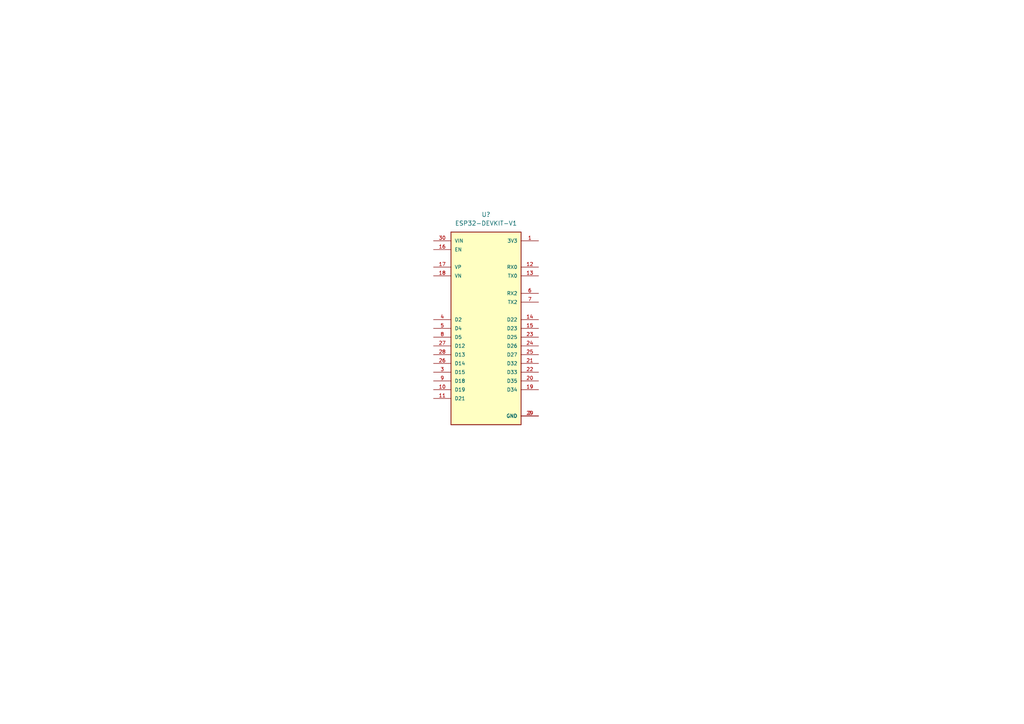
<source format=kicad_sch>
(kicad_sch (version 20211123) (generator eeschema)
  (paper "A4")
  (lib_symbols
    (symbol "ESP32-DEVKIT-V1:ESP32-DEVKIT-V1" (pin_names (offset 1.016))
      (property "Reference" "U" (at -10.16 30.48 0))
      (property "Value" "ESP32-DEVKIT-V1" (at -10.16 -30.48 0))
      (symbol "ESP32-DEVKIT-V1_0_0"
        (rectangle (start -10.16 -27.94) (end 10.16 27.94) (stroke (width 0.254)) (fill (type background)))
        (pin output line (at 15.24 25.4 180) (length 5.08) (name "3V3") (number "1"))
        (pin bidirectional line (at -15.24 -17.78 0) (length 5.08) (name "D19") (number "10"))
        (pin bidirectional line (at -15.24 -20.32 0) (length 5.08) (name "D21") (number "11"))
        (pin input line (at 15.24 17.78 180) (length 5.08) (name "RX0") (number "12"))
        (pin output line (at 15.24 15.24 180) (length 5.08) (name "TX0") (number "13"))
        (pin bidirectional line (at 15.24 2.54 180) (length 5.08) (name "D22") (number "14"))
        (pin bidirectional line (at 15.24 0 180) (length 5.08) (name "D23") (number "15"))
        (pin input line (at -15.24 22.86 0) (length 5.08) (name "EN") (number "16"))
        (pin bidirectional line (at -15.24 17.78 0) (length 5.08) (name "VP") (number "17"))
        (pin bidirectional line (at -15.24 15.24 0) (length 5.08) (name "VN") (number "18"))
        (pin bidirectional line (at 15.24 -17.78 180) (length 5.08) (name "D34") (number "19"))
        (pin power_in line (at 15.24 -25.4 180) (length 5.08) (name "GND") (number "2"))
        (pin bidirectional line (at 15.24 -15.24 180) (length 5.08) (name "D35") (number "20"))
        (pin bidirectional line (at 15.24 -10.16 180) (length 5.08) (name "D32") (number "21"))
        (pin bidirectional line (at 15.24 -12.7 180) (length 5.08) (name "D33") (number "22"))
        (pin bidirectional line (at 15.24 -2.54 180) (length 5.08) (name "D25") (number "23"))
        (pin bidirectional line (at 15.24 -5.08 180) (length 5.08) (name "D26") (number "24"))
        (pin bidirectional line (at 15.24 -7.62 180) (length 5.08) (name "D27") (number "25"))
        (pin bidirectional line (at -15.24 -10.16 0) (length 5.08) (name "D14") (number "26"))
        (pin bidirectional line (at -15.24 -5.08 0) (length 5.08) (name "D12") (number "27"))
        (pin bidirectional line (at -15.24 -7.62 0) (length 5.08) (name "D13") (number "28"))
        (pin power_in line (at 15.24 -25.4 180) (length 5.08) (name "GND") (number "29"))
        (pin bidirectional line (at -15.24 -12.7 0) (length 5.08) (name "D15") (number "3"))
        (pin input line (at -15.24 25.4 0) (length 5.08) (name "VIN") (number "30"))
        (pin bidirectional line (at -15.24 2.54 0) (length 5.08) (name "D2") (number "4"))
        (pin bidirectional line (at -15.24 0 0) (length 5.08) (name "D4") (number "5"))
        (pin input line (at 15.24 10.16 180) (length 5.08) (name "RX2") (number "6"))
        (pin output line (at 15.24 7.62 180) (length 5.08) (name "TX2") (number "7"))
        (pin bidirectional line (at -15.24 -2.54 0) (length 5.08) (name "D5") (number "8"))
        (pin bidirectional line (at -15.24 -15.24 0) (length 5.08) (name "D18") (number "9"))
      )
    )
  )
  (symbol (lib_id "ESP32-DEVKIT-V1:ESP32-DEVKIT-V1") (at 140.97 95.25 0) (unit 1)
    (property "Reference" "U?" (at 140.97 62.23 0))
    (property "Value" "ESP32-DEVKIT-V1" (at 140.97 64.77 0))
    (property "Footprint" "MODULE_ESP32_DEVKIT_V1" (effects hide))
    (property "PARTREV" "N/A" (effects hide))
    (property "STANDARD" "Manufacturer Recommendations" (effects hide))
    (property "MAXIMUM_PACKAGE_HEIGHT" "6.8 mm" (effects hide))
    (property "MANUFACTURER" "DOIT" (effects hide))
  )
)
</source>
